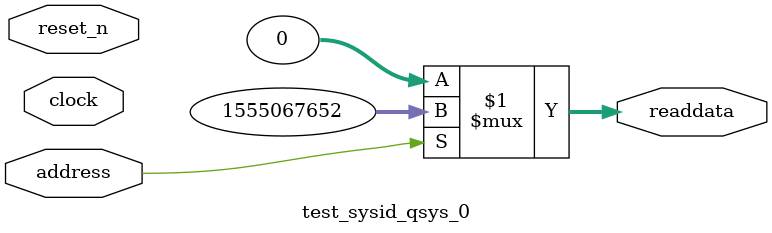
<source format=v>



// synthesis translate_off
`timescale 1ns / 1ps
// synthesis translate_on

// turn off superfluous verilog processor warnings 
// altera message_level Level1 
// altera message_off 10034 10035 10036 10037 10230 10240 10030 

module test_sysid_qsys_0 (
               // inputs:
                address,
                clock,
                reset_n,

               // outputs:
                readdata
             )
;

  output  [ 31: 0] readdata;
  input            address;
  input            clock;
  input            reset_n;

  wire    [ 31: 0] readdata;
  //control_slave, which is an e_avalon_slave
  assign readdata = address ? 1555067652 : 0;

endmodule



</source>
